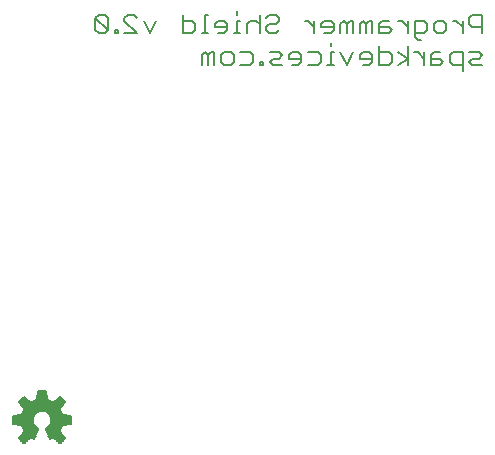
<source format=gbo>
G75*
G70*
%OFA0B0*%
%FSLAX24Y24*%
%IPPOS*%
%LPD*%
%AMOC8*
5,1,8,0,0,1.08239X$1,22.5*
%
%ADD10C,0.0070*%
%ADD11C,0.0059*%
D10*
X016161Y016728D02*
X016161Y017044D01*
X016266Y017149D01*
X016371Y017044D01*
X016371Y016728D01*
X016582Y016728D02*
X016582Y017149D01*
X016477Y017149D01*
X016371Y017044D01*
X016806Y017044D02*
X016806Y016833D01*
X016911Y016728D01*
X017121Y016728D01*
X017226Y016833D01*
X017226Y017044D01*
X017121Y017149D01*
X016911Y017149D01*
X016806Y017044D01*
X017450Y017149D02*
X017766Y017149D01*
X017871Y017044D01*
X017871Y016833D01*
X017766Y016728D01*
X017450Y016728D01*
X018088Y016728D02*
X018193Y016728D01*
X018193Y016833D01*
X018088Y016833D01*
X018088Y016728D01*
X018417Y016833D02*
X018522Y016938D01*
X018733Y016938D01*
X018838Y017044D01*
X018733Y017149D01*
X018417Y017149D01*
X018417Y016833D02*
X018522Y016728D01*
X018838Y016728D01*
X019062Y016938D02*
X019482Y016938D01*
X019482Y016833D02*
X019482Y017044D01*
X019377Y017149D01*
X019167Y017149D01*
X019062Y017044D01*
X019062Y016938D01*
X019167Y016728D02*
X019377Y016728D01*
X019482Y016833D01*
X019706Y016728D02*
X020022Y016728D01*
X020127Y016833D01*
X020127Y017044D01*
X020022Y017149D01*
X019706Y017149D01*
X019912Y017778D02*
X019912Y018199D01*
X019702Y018199D02*
X019597Y018199D01*
X019702Y018199D02*
X019912Y017988D01*
X020136Y017988D02*
X020136Y018094D01*
X020241Y018199D01*
X020451Y018199D01*
X020556Y018094D01*
X020556Y017883D01*
X020451Y017778D01*
X020241Y017778D01*
X020136Y017988D02*
X020556Y017988D01*
X020781Y018094D02*
X020781Y017778D01*
X020991Y017778D02*
X020991Y018094D01*
X020886Y018199D01*
X020781Y018094D01*
X020991Y018094D02*
X021096Y018199D01*
X021201Y018199D01*
X021201Y017778D01*
X021425Y017778D02*
X021425Y018094D01*
X021530Y018199D01*
X021635Y018094D01*
X021635Y017778D01*
X021845Y017778D02*
X021845Y018199D01*
X021740Y018199D01*
X021635Y018094D01*
X022070Y018094D02*
X022070Y017778D01*
X022385Y017778D01*
X022490Y017883D01*
X022385Y017988D01*
X022070Y017988D01*
X022070Y018094D02*
X022175Y018199D01*
X022385Y018199D01*
X022712Y018199D02*
X022817Y018199D01*
X023027Y017988D01*
X023027Y017778D02*
X023027Y018199D01*
X023251Y018199D02*
X023567Y018199D01*
X023672Y018094D01*
X023672Y017883D01*
X023567Y017778D01*
X023251Y017778D01*
X023251Y017673D02*
X023251Y018199D01*
X023251Y017673D02*
X023356Y017568D01*
X023462Y017568D01*
X023027Y017359D02*
X023027Y016728D01*
X023027Y016938D02*
X022712Y017149D01*
X022490Y017044D02*
X022385Y017149D01*
X022070Y017149D01*
X022070Y017359D02*
X022070Y016728D01*
X022385Y016728D01*
X022490Y016833D01*
X022490Y017044D01*
X022712Y016728D02*
X023027Y016938D01*
X023249Y017149D02*
X023354Y017149D01*
X023564Y016938D01*
X023564Y016728D02*
X023564Y017149D01*
X023788Y017044D02*
X023788Y016728D01*
X024104Y016728D01*
X024209Y016833D01*
X024104Y016938D01*
X023788Y016938D01*
X023788Y017044D02*
X023894Y017149D01*
X024104Y017149D01*
X024433Y017044D02*
X024433Y016833D01*
X024538Y016728D01*
X024853Y016728D01*
X024853Y016518D02*
X024853Y017149D01*
X024538Y017149D01*
X024433Y017044D01*
X025078Y017149D02*
X025393Y017149D01*
X025498Y017044D01*
X025393Y016938D01*
X025183Y016938D01*
X025078Y016833D01*
X025183Y016728D01*
X025498Y016728D01*
X025498Y017778D02*
X025498Y018409D01*
X025183Y018409D01*
X025078Y018304D01*
X025078Y018094D01*
X025183Y017988D01*
X025498Y017988D01*
X024853Y017988D02*
X024643Y018199D01*
X024538Y018199D01*
X024316Y018094D02*
X024316Y017883D01*
X024211Y017778D01*
X024001Y017778D01*
X023896Y017883D01*
X023896Y018094D01*
X024001Y018199D01*
X024211Y018199D01*
X024316Y018094D01*
X024853Y018199D02*
X024853Y017778D01*
X021845Y017044D02*
X021845Y016833D01*
X021740Y016728D01*
X021530Y016728D01*
X021425Y016938D02*
X021845Y016938D01*
X021845Y017044D02*
X021740Y017149D01*
X021530Y017149D01*
X021425Y017044D01*
X021425Y016938D01*
X021201Y017149D02*
X020991Y016728D01*
X020781Y017149D01*
X020556Y017149D02*
X020451Y017149D01*
X020451Y016728D01*
X020556Y016728D02*
X020346Y016728D01*
X020451Y017359D02*
X020451Y017464D01*
X018730Y017883D02*
X018625Y017778D01*
X018415Y017778D01*
X018310Y017883D01*
X018310Y017988D01*
X018415Y018094D01*
X018625Y018094D01*
X018730Y018199D01*
X018730Y018304D01*
X018625Y018409D01*
X018415Y018409D01*
X018310Y018304D01*
X018086Y018409D02*
X018086Y017778D01*
X018086Y018094D02*
X017981Y018199D01*
X017770Y018199D01*
X017665Y018094D01*
X017665Y017778D01*
X017441Y017778D02*
X017231Y017778D01*
X017336Y017778D02*
X017336Y018199D01*
X017441Y018199D01*
X017336Y018409D02*
X017336Y018514D01*
X017011Y018094D02*
X016906Y018199D01*
X016696Y018199D01*
X016591Y018094D01*
X016591Y017988D01*
X017011Y017988D01*
X017011Y017883D02*
X017011Y018094D01*
X017011Y017883D02*
X016906Y017778D01*
X016696Y017778D01*
X016367Y017778D02*
X016157Y017778D01*
X016262Y017778D02*
X016262Y018409D01*
X016367Y018409D01*
X015937Y018094D02*
X015832Y018199D01*
X015517Y018199D01*
X015517Y018409D02*
X015517Y017778D01*
X015832Y017778D01*
X015937Y017883D01*
X015937Y018094D01*
X014648Y018199D02*
X014438Y017778D01*
X014228Y018199D01*
X014003Y018304D02*
X013898Y018409D01*
X013688Y018409D01*
X013583Y018304D01*
X013583Y018199D01*
X014003Y017778D01*
X013583Y017778D01*
X013359Y017778D02*
X013254Y017778D01*
X013254Y017883D01*
X013359Y017883D01*
X013359Y017778D01*
X013037Y017883D02*
X012616Y018304D01*
X012616Y017883D01*
X012721Y017778D01*
X012932Y017778D01*
X013037Y017883D01*
X013037Y018304D01*
X012932Y018409D01*
X012721Y018409D01*
X012616Y018304D01*
D11*
X010259Y004535D02*
X010057Y004287D01*
X010227Y004118D01*
X010474Y004319D01*
X010574Y004268D01*
X010715Y004609D01*
X010660Y004639D01*
X010611Y004680D01*
X010572Y004730D01*
X010545Y004786D01*
X010529Y004847D01*
X010526Y004911D01*
X010536Y004973D01*
X010558Y005032D01*
X010592Y005085D01*
X010637Y005130D01*
X010689Y005165D01*
X010748Y005189D01*
X010810Y005200D01*
X010873Y005198D01*
X010935Y005184D01*
X010992Y005157D01*
X011042Y005119D01*
X011084Y005071D01*
X011115Y005016D01*
X011134Y004956D01*
X011141Y004893D01*
X011135Y004833D01*
X011117Y004776D01*
X011089Y004722D01*
X011050Y004676D01*
X011004Y004638D01*
X010951Y004609D01*
X011092Y004268D01*
X011192Y004319D01*
X011439Y004118D01*
X011609Y004287D01*
X011407Y004535D01*
X011458Y004634D01*
X011492Y004741D01*
X011810Y004773D01*
X011810Y005013D01*
X011492Y005046D01*
X011458Y005152D01*
X011407Y005252D01*
X011609Y005499D01*
X011439Y005669D01*
X011192Y005467D01*
X011092Y005518D01*
X010985Y005553D01*
X010953Y005870D01*
X010713Y005870D01*
X010681Y005553D01*
X010574Y005518D01*
X010474Y005467D01*
X010227Y005669D01*
X010057Y005499D01*
X010259Y005252D01*
X010208Y005152D01*
X010174Y005046D01*
X009856Y005013D01*
X009856Y004773D01*
X010174Y004741D01*
X010208Y004634D01*
X010259Y004535D01*
X010254Y004544D02*
X010688Y004544D01*
X010665Y004487D02*
X010220Y004487D01*
X010173Y004429D02*
X010641Y004429D01*
X010617Y004372D02*
X010126Y004372D01*
X010079Y004314D02*
X010468Y004314D01*
X010485Y004314D02*
X010593Y004314D01*
X010397Y004257D02*
X010088Y004257D01*
X010146Y004199D02*
X010327Y004199D01*
X010256Y004142D02*
X010203Y004142D01*
X010224Y004602D02*
X010712Y004602D01*
X010636Y004660D02*
X010200Y004660D01*
X010181Y004717D02*
X010582Y004717D01*
X010550Y004775D02*
X009856Y004775D01*
X009856Y004832D02*
X010533Y004832D01*
X010527Y004890D02*
X009856Y004890D01*
X009856Y004947D02*
X010532Y004947D01*
X010548Y005005D02*
X009856Y005005D01*
X010179Y005062D02*
X010578Y005062D01*
X010627Y005120D02*
X010197Y005120D01*
X010221Y005178D02*
X010720Y005178D01*
X010948Y005178D02*
X011445Y005178D01*
X011468Y005120D02*
X011041Y005120D01*
X011089Y005062D02*
X011487Y005062D01*
X011415Y005235D02*
X010250Y005235D01*
X010226Y005293D02*
X011440Y005293D01*
X011487Y005350D02*
X010179Y005350D01*
X010132Y005408D02*
X011534Y005408D01*
X011581Y005465D02*
X010085Y005465D01*
X010081Y005523D02*
X010406Y005523D01*
X010335Y005580D02*
X010138Y005580D01*
X010196Y005638D02*
X010265Y005638D01*
X010588Y005523D02*
X011078Y005523D01*
X010982Y005580D02*
X010684Y005580D01*
X010689Y005638D02*
X010976Y005638D01*
X010971Y005696D02*
X010695Y005696D01*
X010701Y005753D02*
X010965Y005753D01*
X010959Y005811D02*
X010707Y005811D01*
X010713Y005868D02*
X010953Y005868D01*
X011330Y005580D02*
X011527Y005580D01*
X011585Y005523D02*
X011260Y005523D01*
X011401Y005638D02*
X011470Y005638D01*
X011810Y005005D02*
X011119Y005005D01*
X011135Y004947D02*
X011810Y004947D01*
X011810Y004890D02*
X011140Y004890D01*
X011134Y004832D02*
X011810Y004832D01*
X011810Y004775D02*
X011117Y004775D01*
X011084Y004717D02*
X011485Y004717D01*
X011466Y004660D02*
X011031Y004660D01*
X010954Y004602D02*
X011441Y004602D01*
X011412Y004544D02*
X010977Y004544D01*
X011001Y004487D02*
X011446Y004487D01*
X011493Y004429D02*
X011025Y004429D01*
X011049Y004372D02*
X011540Y004372D01*
X011587Y004314D02*
X011198Y004314D01*
X011181Y004314D02*
X011073Y004314D01*
X011269Y004257D02*
X011578Y004257D01*
X011520Y004199D02*
X011339Y004199D01*
X011410Y004142D02*
X011463Y004142D01*
M02*

</source>
